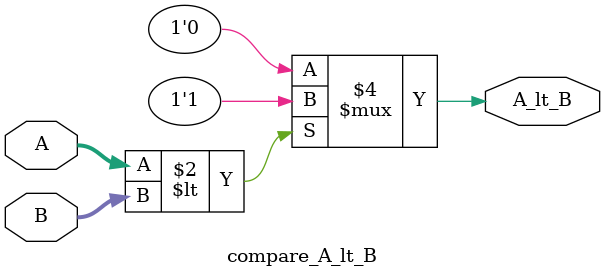
<source format=sv>
module compare_A_lt_B #(parameter WIDTH=8)
            (A,B,A_lt_B);
    
  input   logic [WIDTH -1:0]A;
  input   logic [WIDTH -1:0]B;
  output   logic A_lt_B;
  always_comb
    begin  
      if (A<B)
        A_lt_B =1;
      else 
	A_lt_B =0;
	end
endmodule

</source>
